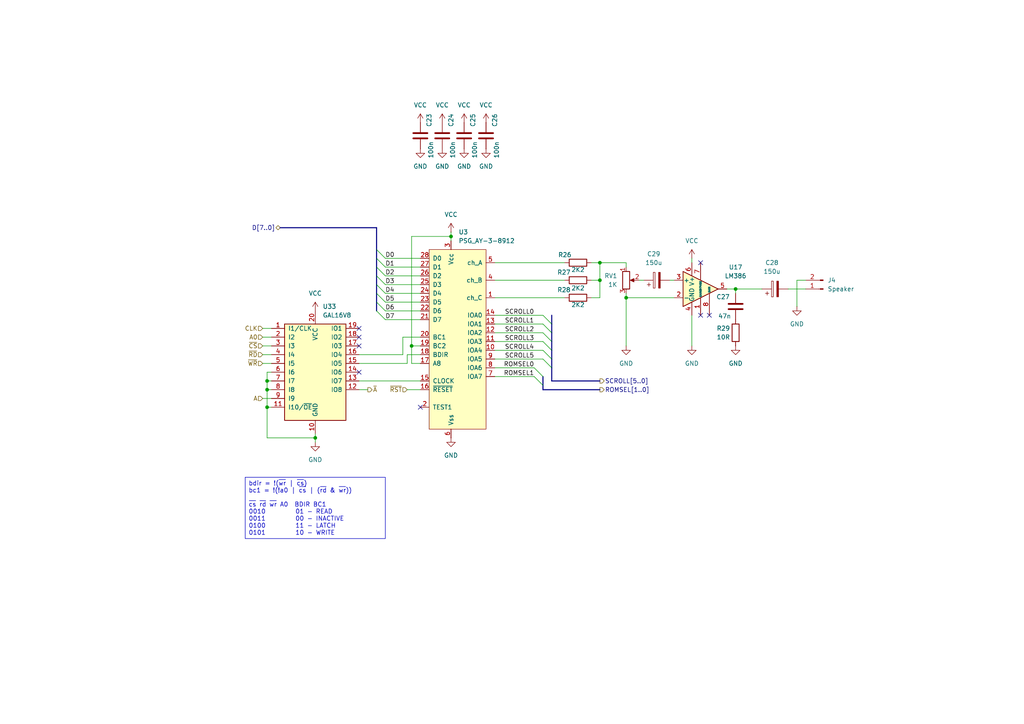
<source format=kicad_sch>
(kicad_sch (version 20250114) (generator "eeschema") (generator_version "9.0")
  (paper "A4")
  (title_block (title "Sound") (date "2025-06-18") (rev "A") (company "A.K."))
  (lib_symbols
    (symbol "8bits:PSG_AY-3-8912" (pin_names (offset 1.016))
      (property "Reference" "U" (at -7.62 27.94 0))
      (property "Value" "PSG_AY-3-8912" (at 6.35 -27.94 0))
      (symbol "PSG_AY-3-8912_0_1"
        (rectangle (start -8.89 26.67) (end 7.62 -25.4) (fill (type background)))
      )
      (symbol "PSG_AY-3-8912_1_1"
        (pin bidirectional line (at -11.43 24.13 0) (length 2.54) (name "D0") (number "28"))
        (pin bidirectional line (at -11.43 21.59 0) (length 2.54) (name "D1") (number "27"))
        (pin bidirectional line (at -11.43 19.05 0) (length 2.54) (name "D2") (number "26"))
        (pin bidirectional line (at -11.43 16.51 0) (length 2.54) (name "D3") (number "25"))
        (pin bidirectional line (at -11.43 13.97 0) (length 2.54) (name "D4") (number "24"))
        (pin bidirectional line (at -11.43 11.43 0) (length 2.54) (name "D5") (number "23"))
        (pin bidirectional line (at -11.43 8.89 0) (length 2.54) (name "D6") (number "22"))
        (pin bidirectional line (at -11.43 6.35 0) (length 2.54) (name "D7") (number "21"))
        (pin input line (at -11.43 1.27 0) (length 2.54) (name "BC1") (number "20"))
        (pin input line (at -11.43 -1.27 0) (length 2.54) (name "BC2") (number "19"))
        (pin input line (at -11.43 -3.81 0) (length 2.54) (name "BDIR") (number "18"))
        (pin input line (at -11.43 -6.35 0) (length 2.54) (name "A8") (number "17"))
        (pin input line (at -11.43 -11.43 0) (length 2.54) (name "CLOCK") (number "15"))
        (pin input line (at -11.43 -13.97 0) (length 2.54) (name "~{RESET}") (number "16"))
        (pin input line (at -11.43 -19.05 0) (length 2.54) (name "TEST1") (number "2"))
        (pin power_in line (at -2.54 29.21 270) (length 2.54) (name "Vcc") (number "3"))
        (pin power_in line (at -2.54 -27.94 90) (length 2.54) (name "Vss") (number "6"))
        (pin output line (at 10.16 22.86 180) (length 2.54) (name "ch_A") (number "5"))
        (pin output line (at 10.16 17.78 180) (length 2.54) (name "ch_B") (number "4"))
        (pin output line (at 10.16 12.7 180) (length 2.54) (name "ch_C") (number "1"))
        (pin bidirectional line (at 10.16 7.62 180) (length 2.54) (name "IOA0") (number "14"))
        (pin bidirectional line (at 10.16 5.08 180) (length 2.54) (name "IOA1") (number "13"))
        (pin bidirectional line (at 10.16 2.54 180) (length 2.54) (name "IOA2") (number "12"))
        (pin bidirectional line (at 10.16 0 180) (length 2.54) (name "IOA3") (number "11"))
        (pin bidirectional line (at 10.16 -2.54 180) (length 2.54) (name "IOA4") (number "10"))
        (pin bidirectional line (at 10.16 -5.08 180) (length 2.54) (name "IOA5") (number "9"))
        (pin bidirectional line (at 10.16 -7.62 180) (length 2.54) (name "IOA6") (number "8"))
        (pin bidirectional line (at 10.16 -10.16 180) (length 2.54) (name "IOA7") (number "7"))
      )
    )
    (symbol "Amplifier_Audio:LM386" (pin_names (offset 0.127))
      (property "Reference" "U" (at 1.27 7.62 0))
      (property "Value" "LM386" (at 1.27 5.08 0))
      (symbol "LM386_0_1"
        (polyline (pts (xy 5.08 0) (xy -5.08 5.08) (xy -5.08 -5.08) (xy 5.08 0)) (stroke (width 0.254)) (fill (type background)))
      )
      (symbol "LM386_1_1"
        (pin input line (at -7.62 2.54 0) (length 2.54) (name "+") (number "3"))
        (pin input line (at -7.62 -2.54 0) (length 2.54) (name "-") (number "2"))
        (pin power_in line (at -2.54 7.62 270) (length 3.81) (name "V+") (number "6"))
        (pin power_in line (at -2.54 -7.62 90) (length 3.81) (name "GND") (number "4"))
        (pin input line (at 0 7.62 270) (length 5.08) (name "BYPASS") (number "7"))
        (pin input line (at 0 -7.62 90) (length 5.08) (name "GAIN") (number "1"))
        (pin input line (at 2.54 -7.62 90) (length 6.35) (name "GAIN") (number "8"))
        (pin output line (at 7.62 0 180) (length 2.54) (name "~") (number "5"))
      )
    )
    (symbol "Connector:Conn_01x02_Pin" (pin_names (offset 1.016) (hide yes))
      (property "Reference" "J" (at 0 2.54 0))
      (property "Value" "Conn_01x02_Pin" (at 0 -5.08 0))
      (symbol "Conn_01x02_Pin_1_1"
        (rectangle (start 0.8636 0.127) (end 0 -0.127) (stroke (width 0.1524)) (fill (type outline)))
        (rectangle (start 0.8636 -2.413) (end 0 -2.667) (stroke (width 0.1524)) (fill (type outline)))
        (polyline (pts (xy 1.27 0) (xy 0.8636 0)) (stroke (width 0.1524)))
        (polyline (pts (xy 1.27 -2.54) (xy 0.8636 -2.54)) (stroke (width 0.1524)))
        (pin passive line (at 5.08 0 180) (length 3.81) (name "Pin_1") (number "1"))
        (pin passive line (at 5.08 -2.54 180) (length 3.81) (name "Pin_2") (number "2"))
      )
    )
    (symbol "Device:C" (pin_numbers (hide yes)) (pin_names (offset 0.254))
      (property "Reference" "C" (at 0.635 2.54 0))
      (property "Value" "C" (at 0.635 -2.54 0))
      (symbol "C_0_1"
        (polyline (pts (xy -2.032 0.762) (xy 2.032 0.762)) (stroke (width 0.508)))
        (polyline (pts (xy -2.032 -0.762) (xy 2.032 -0.762)) (stroke (width 0.508)))
      )
      (symbol "C_1_1"
        (pin passive line (at 0 3.81 270) (length 2.794) (name "~") (number "1"))
        (pin passive line (at 0 -3.81 90) (length 2.794) (name "~") (number "2"))
      )
    )
    (symbol "Device:C_Polarized" (pin_numbers (hide yes)) (pin_names (offset 0.254))
      (property "Reference" "C" (at 0.635 2.54 0))
      (property "Value" "C_Polarized" (at 0.635 -2.54 0))
      (symbol "C_Polarized_0_1"
        (rectangle (start -2.286 0.508) (end 2.286 1.016))
        (polyline (pts (xy -1.778 2.286) (xy -0.762 2.286)))
        (polyline (pts (xy -1.27 2.794) (xy -1.27 1.778)))
        (rectangle (start 2.286 -0.508) (end -2.286 -1.016) (fill (type outline)))
      )
      (symbol "C_Polarized_1_1"
        (pin passive line (at 0 3.81 270) (length 2.794) (name "~") (number "1"))
        (pin passive line (at 0 -3.81 90) (length 2.794) (name "~") (number "2"))
      )
    )
    (symbol "Device:R" (pin_numbers (hide yes)) (pin_names (offset 0))
      (property "Reference" "R" (at 2.032 0 90))
      (property "Value" "R" (at 0 0 90))
      (symbol "R_0_1"
        (rectangle (start -1.016 -2.54) (end 1.016 2.54) (stroke (width 0.254)))
      )
      (symbol "R_1_1"
        (pin passive line (at 0 3.81 270) (length 1.27) (name "~") (number "1"))
        (pin passive line (at 0 -3.81 90) (length 1.27) (name "~") (number "2"))
      )
    )
    (symbol "Device:R_Potentiometer" (pin_names (offset 1.016) (hide yes))
      (property "Reference" "RV" (at -4.445 0 90))
      (property "Value" "R_Potentiometer" (at -2.54 0 90))
      (symbol "R_Potentiometer_0_1"
        (rectangle (start 1.016 2.54) (end -1.016 -2.54) (stroke (width 0.254)))
        (polyline (pts (xy 1.143 0) (xy 2.286 0.508) (xy 2.286 -0.508) (xy 1.143 0)) (fill (type outline)))
        (polyline (pts (xy 2.54 0) (xy 1.524 0)))
      )
      (symbol "R_Potentiometer_1_1"
        (pin passive line (at 0 3.81 270) (length 1.27) (name "1") (number "1"))
        (pin passive line (at 0 -3.81 90) (length 1.27) (name "3") (number "3"))
        (pin passive line (at 3.81 0 180) (length 1.27) (name "2") (number "2"))
      )
    )
    (symbol "Logic_Programmable:GAL16V8" (pin_names (offset 1.016))
      (property "Reference" "U" (at -8.89 16.51 0))
      (property "Value" "GAL16V8" (at 1.27 16.51 0))
      (symbol "GAL16V8_0_0"
        (pin power_in line (at 0 17.78 270) (length 3.81) (name "VCC") (number "20"))
        (pin power_in line (at 0 -17.78 90) (length 3.81) (name "GND") (number "10"))
      )
      (symbol "GAL16V8_0_1"
        (rectangle (start -8.89 13.97) (end 8.89 -13.97) (stroke (width 0.254)) (fill (type background)))
      )
      (symbol "GAL16V8_1_1"
        (pin input line (at -12.7 12.7 0) (length 3.81) (name "I1/CLK") (number "1"))
        (pin input line (at -12.7 10.16 0) (length 3.81) (name "I2") (number "2"))
        (pin input line (at -12.7 7.62 0) (length 3.81) (name "I3") (number "3"))
        (pin input line (at -12.7 5.08 0) (length 3.81) (name "I4") (number "4"))
        (pin input line (at -12.7 2.54 0) (length 3.81) (name "I5") (number "5"))
        (pin input line (at -12.7 0 0) (length 3.81) (name "I6") (number "6"))
        (pin input line (at -12.7 -2.54 0) (length 3.81) (name "I7") (number "7"))
        (pin input line (at -12.7 -5.08 0) (length 3.81) (name "I8") (number "8"))
        (pin input line (at -12.7 -7.62 0) (length 3.81) (name "I9") (number "9"))
        (pin input line (at -12.7 -10.16 0) (length 3.81) (name "I10/~{OE}") (number "11"))
        (pin tri_state line (at 12.7 12.7 180) (length 3.81) (name "IO1") (number "19"))
        (pin tri_state line (at 12.7 10.16 180) (length 3.81) (name "IO2") (number "18"))
        (pin tri_state line (at 12.7 7.62 180) (length 3.81) (name "I03") (number "17"))
        (pin tri_state line (at 12.7 5.08 180) (length 3.81) (name "IO4") (number "16"))
        (pin tri_state line (at 12.7 2.54 180) (length 3.81) (name "IO5") (number "15"))
        (pin tri_state line (at 12.7 0 180) (length 3.81) (name "IO6") (number "14"))
        (pin tri_state line (at 12.7 -2.54 180) (length 3.81) (name "IO7") (number "13"))
        (pin tri_state line (at 12.7 -5.08 180) (length 3.81) (name "IO8") (number "12"))
      )
    )
    (symbol "power:GND" (power) (pin_numbers (hide yes)) (pin_names (offset 0) (hide yes))
      (property "Value" "GND" (at 0 -3.81 0))
      (symbol "GND_0_1"
        (polyline (pts (xy 0 0) (xy 0 -1.27) (xy 1.27 -1.27) (xy 0 -2.54) (xy -1.27 -1.27) (xy 0 -1.27)))
      )
      (symbol "GND_1_1"
        (pin power_in line (at 0 0 270) (length 0) (name "~") (number "1"))
      )
    )
    (symbol "power:VCC" (power) (pin_numbers (hide yes)) (pin_names (offset 0) (hide yes))
      (property "Value" "VCC" (at 0 3.556 0))
      (symbol "VCC_0_1"
        (polyline (pts (xy -0.762 1.27) (xy 0 2.54)))
        (polyline (pts (xy 0 2.54) (xy 0.762 1.27)))
        (polyline (pts (xy 0 0) (xy 0 2.54)))
      )
      (symbol "VCC_1_1"
        (pin power_in line (at 0 0 90) (length 0) (name "~") (number "1"))
      )
    )
  )
  (text_box "bdir = !(~{wr} | ~{cs})\nbc1 = !(!a0 | ~{cs} | (~{rd} & ~{wr}))\n\n~{cs} ~{rd} ~{wr} A0  BDIR BC1\n0010         01 - READ\n0011         00 - INACTIVE\n0100         11 - LATCH\n0101         10 - WRITE" (at 71.12 138.43 0) (size 40.64 17.78) (margins 0.9525 0.9525 0.9525 0.9525) (effects (font (size 1.27 1.27)) (justify left top)))
  (junction (at 77.47 110.49))
  (junction (at 181.61 86.36))
  (junction (at 119.38 100.33))
  (junction (at 173.99 81.28))
  (junction (at 77.47 113.03))
  (junction (at 173.99 76.2))
  (junction (at 77.47 118.11))
  (junction (at 91.44 127))
  (junction (at 130.81 68.58))
  (junction (at 213.36 83.82))
  (no_connect (at 205.74 91.44))
  (no_connect (at 104.14 100.33))
  (no_connect (at 203.2 91.44))
  (no_connect (at 203.2 76.2))
  (no_connect (at 104.14 107.95))
  (no_connect (at 104.14 97.79))
  (no_connect (at 104.14 95.25))
  (no_connect (at 121.92 118.11))
  (bus_entry (at 160.02 104.14) (size -2.54 -2.54))
  (bus_entry (at 160.02 99.06) (size -2.54 -2.54))
  (bus_entry (at 157.48 109.22) (size -2.54 -2.54))
  (bus_entry (at 109.22 85.09) (size 2.54 2.54))
  (bus_entry (at 109.22 90.17) (size 2.54 2.54))
  (bus_entry (at 160.02 106.68) (size -2.54 -2.54))
  (bus_entry (at 109.22 77.47) (size 2.54 2.54))
  (bus_entry (at 160.02 101.6) (size -2.54 -2.54))
  (bus_entry (at 109.22 74.93) (size 2.54 2.54))
  (bus_entry (at 109.22 82.55) (size 2.54 2.54))
  (bus_entry (at 109.22 80.01) (size 2.54 2.54))
  (bus_entry (at 160.02 93.98) (size -2.54 -2.54))
  (bus_entry (at 109.22 72.39) (size 2.54 2.54))
  (bus_entry (at 160.02 96.52) (size -2.54 -2.54))
  (bus_entry (at 109.22 87.63) (size 2.54 2.54))
  (bus_entry (at 157.48 111.76) (size -2.54 -2.54))
  (wire (pts (xy 76.2 105.41) (xy 78.74 105.41)))
  (wire (pts (xy 119.38 100.33) (xy 121.92 100.33)))
  (wire (pts (xy 77.47 127) (xy 77.47 118.11)))
  (bus (pts (xy 109.22 72.39) (xy 109.22 74.93)))
  (bus (pts (xy 173.99 110.49) (xy 160.02 110.49)))
  (wire (pts (xy 213.36 83.82) (xy 220.98 83.82)))
  (bus (pts (xy 109.22 74.93) (xy 109.22 77.47)))
  (wire (pts (xy 118.11 105.41) (xy 118.11 102.87)))
  (wire (pts (xy 111.76 74.93) (xy 121.92 74.93)))
  (wire (pts (xy 116.84 102.87) (xy 116.84 97.79)))
  (bus (pts (xy 109.22 80.01) (xy 109.22 82.55)))
  (bus (pts (xy 109.22 87.63) (xy 109.22 90.17)))
  (bus (pts (xy 160.02 99.06) (xy 160.02 101.6)))
  (wire (pts (xy 181.61 86.36) (xy 181.61 100.33)))
  (wire (pts (xy 119.38 105.41) (xy 119.38 100.33)))
  (wire (pts (xy 143.51 93.98) (xy 157.48 93.98)))
  (bus (pts (xy 160.02 96.52) (xy 160.02 99.06)))
  (bus (pts (xy 157.48 111.76) (xy 157.48 113.03)))
  (wire (pts (xy 210.82 83.82) (xy 213.36 83.82)))
  (bus (pts (xy 160.02 104.14) (xy 160.02 106.68)))
  (wire (pts (xy 143.51 106.68) (xy 154.94 106.68)))
  (bus (pts (xy 160.02 93.98) (xy 160.02 96.52)))
  (wire (pts (xy 104.14 102.87) (xy 116.84 102.87)))
  (wire (pts (xy 104.14 110.49) (xy 121.92 110.49)))
  (bus (pts (xy 109.22 85.09) (xy 109.22 87.63)))
  (bus (pts (xy 157.48 113.03) (xy 173.99 113.03)))
  (wire (pts (xy 143.51 86.36) (xy 163.83 86.36)))
  (wire (pts (xy 213.36 83.82) (xy 213.36 85.09)))
  (wire (pts (xy 173.99 76.2) (xy 171.45 76.2)))
  (bus (pts (xy 160.02 91.44) (xy 160.02 93.98)))
  (wire (pts (xy 143.51 91.44) (xy 157.48 91.44)))
  (bus (pts (xy 160.02 106.68) (xy 160.02 110.49)))
  (wire (pts (xy 77.47 107.95) (xy 78.74 107.95)))
  (bus (pts (xy 157.48 109.22) (xy 157.48 111.76)))
  (wire (pts (xy 111.76 77.47) (xy 121.92 77.47)))
  (wire (pts (xy 111.76 90.17) (xy 121.92 90.17)))
  (bus (pts (xy 109.22 77.47) (xy 109.22 80.01)))
  (wire (pts (xy 111.76 92.71) (xy 121.92 92.71)))
  (wire (pts (xy 173.99 76.2) (xy 181.61 76.2)))
  (wire (pts (xy 143.51 99.06) (xy 157.48 99.06)))
  (wire (pts (xy 91.44 127) (xy 77.47 127)))
  (wire (pts (xy 118.11 102.87) (xy 121.92 102.87)))
  (wire (pts (xy 200.66 74.93) (xy 200.66 76.2)))
  (wire (pts (xy 194.31 81.28) (xy 195.58 81.28)))
  (wire (pts (xy 77.47 110.49) (xy 78.74 110.49)))
  (wire (pts (xy 111.76 82.55) (xy 121.92 82.55)))
  (wire (pts (xy 228.6 83.82) (xy 233.68 83.82)))
  (wire (pts (xy 173.99 86.36) (xy 171.45 86.36)))
  (wire (pts (xy 181.61 86.36) (xy 195.58 86.36)))
  (wire (pts (xy 143.51 76.2) (xy 163.83 76.2)))
  (wire (pts (xy 77.47 110.49) (xy 77.47 107.95)))
  (bus (pts (xy 81.28 66.04) (xy 109.22 66.04)))
  (wire (pts (xy 181.61 76.2) (xy 181.61 77.47)))
  (wire (pts (xy 76.2 95.25) (xy 78.74 95.25)))
  (wire (pts (xy 143.51 101.6) (xy 157.48 101.6)))
  (wire (pts (xy 173.99 81.28) (xy 173.99 76.2)))
  (wire (pts (xy 111.76 87.63) (xy 121.92 87.63)))
  (wire (pts (xy 77.47 113.03) (xy 77.47 110.49)))
  (wire (pts (xy 185.42 81.28) (xy 186.69 81.28)))
  (wire (pts (xy 106.68 113.03) (xy 104.14 113.03)))
  (wire (pts (xy 76.2 100.33) (xy 78.74 100.33)))
  (wire (pts (xy 77.47 118.11) (xy 78.74 118.11)))
  (wire (pts (xy 231.14 88.9) (xy 231.14 81.28)))
  (wire (pts (xy 116.84 97.79) (xy 121.92 97.79)))
  (bus (pts (xy 109.22 82.55) (xy 109.22 85.09)))
  (wire (pts (xy 104.14 105.41) (xy 118.11 105.41)))
  (wire (pts (xy 76.2 115.57) (xy 78.74 115.57)))
  (wire (pts (xy 118.11 113.03) (xy 121.92 113.03)))
  (wire (pts (xy 173.99 81.28) (xy 171.45 81.28)))
  (wire (pts (xy 77.47 113.03) (xy 78.74 113.03)))
  (wire (pts (xy 76.2 97.79) (xy 78.74 97.79)))
  (wire (pts (xy 200.66 91.44) (xy 200.66 100.33)))
  (wire (pts (xy 121.92 105.41) (xy 119.38 105.41)))
  (wire (pts (xy 231.14 81.28) (xy 233.68 81.28)))
  (wire (pts (xy 91.44 125.73) (xy 91.44 127)))
  (bus (pts (xy 109.22 66.04) (xy 109.22 72.39)))
  (wire (pts (xy 91.44 127) (xy 91.44 128.27)))
  (wire (pts (xy 173.99 86.36) (xy 173.99 81.28)))
  (wire (pts (xy 143.51 96.52) (xy 157.48 96.52)))
  (wire (pts (xy 130.81 68.58) (xy 119.38 68.58)))
  (wire (pts (xy 143.51 104.14) (xy 157.48 104.14)))
  (wire (pts (xy 77.47 113.03) (xy 77.47 118.11)))
  (wire (pts (xy 111.76 80.01) (xy 121.92 80.01)))
  (wire (pts (xy 143.51 81.28) (xy 163.83 81.28)))
  (wire (pts (xy 111.76 85.09) (xy 121.92 85.09)))
  (wire (pts (xy 76.2 102.87) (xy 78.74 102.87)))
  (wire (pts (xy 181.61 86.36) (xy 181.61 85.09)))
  (wire (pts (xy 130.81 68.58) (xy 130.81 69.85)))
  (wire (pts (xy 130.81 67.31) (xy 130.81 68.58)))
  (wire (pts (xy 119.38 68.58) (xy 119.38 100.33)))
  (wire (pts (xy 143.51 109.22) (xy 154.94 109.22)))
  (bus (pts (xy 160.02 101.6) (xy 160.02 104.14)))
  (label "D1" (at 111.76 77.47 0))
  (label "D6" (at 111.76 90.17 0))
  (label "ROMSEL0" (at 154.94 106.68 180))
  (label "SCROLL3" (at 154.94 99.06 180))
  (label "ROMSEL1" (at 154.94 109.22 180))
  (label "D5" (at 111.76 87.63 0))
  (label "D7" (at 111.76 92.71 0))
  (label "D4" (at 111.76 85.09 0))
  (label "SCROLL1" (at 154.94 93.98 180))
  (label "SCROLL5" (at 154.94 104.14 180))
  (label "SCROLL2" (at 154.94 96.52 180))
  (label "SCROLL0" (at 154.94 91.44 180))
  (label "D2" (at 111.76 80.01 0))
  (label "SCROLL4" (at 154.94 101.6 180))
  (label "D3" (at 111.76 82.55 0))
  (label "D0" (at 111.76 74.93 0))
  (hierarchical_label "D[7..0]" (shape bidirectional) (at 81.28 66.04 180))
  (hierarchical_label "SCROLL[5..0]" (shape output) (at 173.99 110.49 0))
  (hierarchical_label "~{RD}" (shape input) (at 76.2 102.87 180))
  (hierarchical_label "~{WR}" (shape input) (at 76.2 105.41 180))
  (hierarchical_label "ROMSEL[1..0]" (shape output) (at 173.99 113.03 0))
  (hierarchical_label "A" (shape input) (at 76.2 115.57 180))
  (hierarchical_label "~{A}" (shape output) (at 106.68 113.03 0))
  (hierarchical_label "CLK" (shape input) (at 76.2 95.25 180))
  (hierarchical_label "A0" (shape input) (at 76.2 97.79 180))
  (hierarchical_label "~{CS}" (shape input) (at 76.2 100.33 180))
  (hierarchical_label "~{RST}" (shape input) (at 118.11 113.03 180))
  (symbol (lib_id "Device:C") (at 128.27 39.37 0) (unit 1)
    (property "Reference" "C24" (at 130.81 36.83 90) (effects (justify left)))
    (property "Value" "100n" (at 131.318 45.974 90) (effects (justify left)))
    (property "Footprint" "Capacitor_THT:C_Disc_D5.0mm_W2.5mm_P2.50mm" (effects (hide yes)))
    (property "Description" "Unpolarized capacitor" (effects (hide yes)))
  )
  (symbol (lib_id "power:GND") (at 121.92 43.18 0) (unit 1)
    (property "Reference" "#PWR089" (effects (hide yes)))
    (property "Value" "GND" (at 121.92 48.26 0))
    (property "Description" "Power symbol creates a global label with name \"GND\" , ground" (effects (hide yes)))
  )
  (symbol (lib_id "Device:R_Potentiometer") (at 181.61 81.28 0) (unit 1)
    (property "Reference" "RV1" (at 179.07 80.0099 0) (effects (justify right)))
    (property "Value" "1K" (at 179.07 82.5499 0) (effects (justify right)))
    (property "Footprint" "PCM_Potentiometer_THT_AKL:Potentiometer_Vishay_T73YP_Vertical" (effects (hide yes)))
    (property "Description" "Potentiometer" (effects (hide yes)))
  )
  (symbol (lib_id "power:GND") (at 231.14 88.9 0) (unit 1)
    (property "Reference" "#PWR0100" (effects (hide yes)))
    (property "Value" "GND" (at 231.14 93.98 0))
    (property "Description" "Power symbol creates a global label with name \"GND\" , ground" (effects (hide yes)))
  )
  (symbol (lib_id "Device:C") (at 121.92 39.37 0) (unit 1)
    (property "Reference" "C23" (at 124.46 36.83 90) (effects (justify left)))
    (property "Value" "100n" (at 124.968 45.974 90) (effects (justify left)))
    (property "Footprint" "Capacitor_THT:C_Disc_D5.0mm_W2.5mm_P2.50mm" (effects (hide yes)))
    (property "Description" "Unpolarized capacitor" (effects (hide yes)))
  )
  (symbol (lib_id "power:GND") (at 134.62 43.18 0) (unit 1)
    (property "Reference" "#PWR093" (effects (hide yes)))
    (property "Value" "GND" (at 134.62 48.26 0))
    (property "Description" "Power symbol creates a global label with name \"GND\" , ground" (effects (hide yes)))
  )
  (symbol (lib_id "Device:R") (at 167.64 81.28 90) (unit 1)
    (property "Reference" "R27" (at 163.576 78.994 90))
    (property "Value" "2K2" (at 167.64 83.566 90))
    (property "Footprint" "Resistor_THT:R_Axial_DIN0207_L6.3mm_D2.5mm_P7.62mm_Horizontal" (effects (hide yes)))
    (property "Description" "Resistor" (effects (hide yes)))
  )
  (symbol (lib_id "power:VCC") (at 130.81 67.31 0) (unit 1)
    (property "Reference" "#PWR081" (effects (hide yes)))
    (property "Value" "VCC" (at 130.81 62.23 0))
    (property "Description" "Power symbol creates a global label with name \"VCC\"" (effects (hide yes)))
  )
  (symbol (lib_id "Connector:Conn_01x02_Pin") (at 238.76 83.82 180) (unit 1)
    (property "Reference" "J4" (at 240.03 81.2799 0) (effects (justify right)))
    (property "Value" "Speaker" (at 240.03 83.8199 0) (effects (justify right)))
    (property "Footprint" "Connector_PinHeader_2.54mm:PinHeader_1x02_P2.54mm_Vertical" (effects (hide yes)))
    (property "Description" "Generic connector, single row, 01x02, script generated" (effects (hide yes)))
  )
  (symbol (lib_id "Device:R") (at 167.64 76.2 90) (unit 1)
    (property "Reference" "R26" (at 163.83 73.914 90))
    (property "Value" "2K2" (at 167.64 78.232 90))
    (property "Footprint" "Resistor_THT:R_Axial_DIN0207_L6.3mm_D2.5mm_P7.62mm_Horizontal" (effects (hide yes)))
    (property "Description" "Resistor" (effects (hide yes)))
  )
  (symbol (lib_id "power:GND") (at 140.97 43.18 0) (unit 1)
    (property "Reference" "#PWR095" (effects (hide yes)))
    (property "Value" "GND" (at 140.97 48.26 0))
    (property "Description" "Power symbol creates a global label with name \"GND\" , ground" (effects (hide yes)))
  )
  (symbol (lib_id "Device:C") (at 134.62 39.37 0) (unit 1)
    (property "Reference" "C25" (at 137.16 36.83 90) (effects (justify left)))
    (property "Value" "100n" (at 137.668 45.974 90) (effects (justify left)))
    (property "Footprint" "Capacitor_THT:C_Disc_D5.0mm_W2.5mm_P2.50mm" (effects (hide yes)))
    (property "Description" "Unpolarized capacitor" (effects (hide yes)))
  )
  (symbol (lib_id "power:GND") (at 181.61 100.33 0) (unit 1)
    (property "Reference" "#PWR096" (effects (hide yes)))
    (property "Value" "GND" (at 181.61 105.41 0))
    (property "Description" "Power symbol creates a global label with name \"GND\" , ground" (effects (hide yes)))
  )
  (symbol (lib_id "power:VCC") (at 128.27 35.56 0) (unit 1)
    (property "Reference" "#PWR090" (effects (hide yes)))
    (property "Value" "VCC" (at 128.27 30.48 0))
    (property "Description" "Power symbol creates a global label with name \"VCC\"" (effects (hide yes)))
  )
  (symbol (lib_id "Device:R") (at 213.36 96.52 180) (unit 1)
    (property "Reference" "R29" (at 209.804 95.25 0))
    (property "Value" "10R" (at 209.804 97.79 0))
    (property "Footprint" "Resistor_THT:R_Axial_DIN0207_L6.3mm_D2.5mm_P7.62mm_Horizontal" (effects (hide yes)))
    (property "Description" "Resistor" (effects (hide yes)))
  )
  (symbol (lib_id "power:GND") (at 200.66 100.33 0) (unit 1)
    (property "Reference" "#PWR097" (effects (hide yes)))
    (property "Value" "GND" (at 200.66 105.41 0))
    (property "Description" "Power symbol creates a global label with name \"GND\" , ground" (effects (hide yes)))
  )
  (symbol (lib_id "Device:R") (at 167.64 86.36 90) (unit 1)
    (property "Reference" "R28" (at 163.576 84.074 90))
    (property "Value" "2K2" (at 167.64 88.392 90))
    (property "Footprint" "Resistor_THT:R_Axial_DIN0207_L6.3mm_D2.5mm_P7.62mm_Horizontal" (effects (hide yes)))
    (property "Description" "Resistor" (effects (hide yes)))
  )
  (symbol (lib_id "Device:C_Polarized") (at 190.5 81.28 90) (unit 1)
    (property "Reference" "C29" (at 189.611 73.66 90))
    (property "Value" "150u" (at 189.611 76.2 90))
    (property "Footprint" "Capacitor_THT:CP_Radial_D6.3mm_P2.50mm" (effects (hide yes)))
    (property "Description" "Polarized capacitor" (effects (hide yes)))
  )
  (symbol (lib_id "Logic_Programmable:GAL16V8") (at 91.44 107.95 0) (unit 1)
    (property "Reference" "U33" (at 93.5833 88.9 0) (effects (justify left)))
    (property "Value" "GAL16V8" (at 93.5833 91.44 0) (effects (justify left)))
    (property "Footprint" "Package_DIP:DIP-20_W7.62mm" (effects (hide yes)))
    (property "Description" "Programmable Logic Array, DIP-20/SOIC-20/PLCC-20" (effects (hide yes)))
  )
  (symbol (lib_id "Device:C_Polarized") (at 224.79 83.82 90) (unit 1)
    (property "Reference" "C28" (at 223.901 76.2 90))
    (property "Value" "150u" (at 223.901 78.74 90))
    (property "Footprint" "Capacitor_THT:CP_Radial_D6.3mm_P2.50mm" (effects (hide yes)))
    (property "Description" "Polarized capacitor" (effects (hide yes)))
  )
  (symbol (lib_id "power:GND") (at 128.27 43.18 0) (unit 1)
    (property "Reference" "#PWR091" (effects (hide yes)))
    (property "Value" "GND" (at 128.27 48.26 0))
    (property "Description" "Power symbol creates a global label with name \"GND\" , ground" (effects (hide yes)))
  )
  (symbol (lib_id "power:GND") (at 130.81 127 0) (unit 1)
    (property "Reference" "#PWR082" (effects (hide yes)))
    (property "Value" "GND" (at 130.81 132.08 0))
    (property "Description" "Power symbol creates a global label with name \"GND\" , ground" (effects (hide yes)))
  )
  (symbol (lib_id "power:VCC") (at 140.97 35.56 0) (unit 1)
    (property "Reference" "#PWR094" (effects (hide yes)))
    (property "Value" "VCC" (at 140.97 30.48 0))
    (property "Description" "Power symbol creates a global label with name \"VCC\"" (effects (hide yes)))
  )
  (symbol (lib_id "power:GND") (at 91.44 128.27 0) (unit 1)
    (property "Reference" "#PWR0118" (effects (hide yes)))
    (property "Value" "GND" (at 91.44 133.35 0))
    (property "Description" "Power symbol creates a global label with name \"GND\" , ground" (effects (hide yes)))
  )
  (symbol (lib_id "power:VCC") (at 200.66 74.93 0) (unit 1)
    (property "Reference" "#PWR098" (effects (hide yes)))
    (property "Value" "VCC" (at 200.66 69.85 0))
    (property "Description" "Power symbol creates a global label with name \"VCC\"" (effects (hide yes)))
  )
  (symbol (lib_id "power:GND") (at 213.36 100.33 0) (unit 1)
    (property "Reference" "#PWR099" (effects (hide yes)))
    (property "Value" "GND" (at 213.36 105.41 0))
    (property "Description" "Power symbol creates a global label with name \"GND\" , ground" (effects (hide yes)))
  )
  (symbol (lib_id "Device:C") (at 213.36 88.9 0) (unit 1)
    (property "Reference" "C27" (at 207.772 86.106 0) (effects (justify left)))
    (property "Value" "47n" (at 208.28 91.694 0) (effects (justify left)))
    (property "Footprint" "Capacitor_THT:C_Disc_D5.0mm_W2.5mm_P2.50mm" (effects (hide yes)))
    (property "Description" "Unpolarized capacitor" (effects (hide yes)))
  )
  (symbol (lib_id "power:VCC") (at 134.62 35.56 0) (unit 1)
    (property "Reference" "#PWR092" (effects (hide yes)))
    (property "Value" "VCC" (at 134.62 30.48 0))
    (property "Description" "Power symbol creates a global label with name \"VCC\"" (effects (hide yes)))
  )
  (symbol (lib_id "8bits:PSG_AY-3-8912") (at 133.35 99.06 0) (unit 1)
    (property "Reference" "U3" (at 133.0041 67.31 0) (effects (justify left)))
    (property "Value" "PSG_AY-3-8912" (at 133.0041 69.85 0) (effects (justify left)))
    (property "Footprint" "Package_DIP:DIP-28_W15.24mm" (effects (hide yes)))
    (property "Datasheet" "map.grauw.nl/resources/sound/generalinstrument_ay-3-8910.pdf" (effects (hide yes)))
    (property "Description" "3 Chanel Programable Sound Generator + 8 I/O" (effects (hide yes)))
  )
  (symbol (lib_id "power:VCC") (at 121.92 35.56 0) (unit 1)
    (property "Reference" "#PWR088" (effects (hide yes)))
    (property "Value" "VCC" (at 121.92 30.48 0))
    (property "Description" "Power symbol creates a global label with name \"VCC\"" (effects (hide yes)))
  )
  (symbol (lib_id "power:VCC") (at 91.44 90.17 0) (unit 1)
    (property "Reference" "#PWR0125" (effects (hide yes)))
    (property "Value" "VCC" (at 91.44 85.09 0))
    (property "Description" "Power symbol creates a global label with name \"VCC\"" (effects (hide yes)))
  )
  (symbol (lib_id "Amplifier_Audio:LM386") (at 203.2 83.82 0) (unit 1)
    (property "Reference" "U17" (at 213.36 77.5014 0))
    (property "Value" "LM386" (at 213.36 80.0414 0))
    (property "Footprint" "Package_DIP:DIP-8_W7.62mm" (effects (hide yes)))
    (property "Datasheet" "http://www.ti.com/lit/ds/symlink/lm386.pdf" (effects (hide yes)))
    (property "Description" "Low Voltage Audio Power Amplifier, DIP-8/SOIC-8/SSOP-8" (effects (hide yes)))
  )
  (symbol (lib_id "Device:C") (at 140.97 39.37 0) (unit 1)
    (property "Reference" "C26" (at 143.51 36.83 90) (effects (justify left)))
    (property "Value" "100n" (at 144.018 45.974 90) (effects (justify left)))
    (property "Footprint" "Capacitor_THT:C_Disc_D5.0mm_W2.5mm_P2.50mm" (effects (hide yes)))
    (property "Description" "Unpolarized capacitor" (effects (hide yes)))
  )
)
</source>
